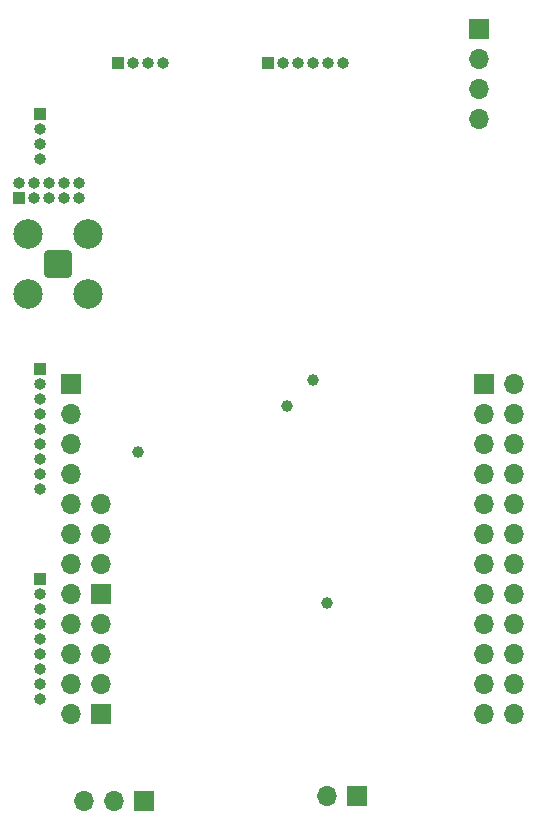
<source format=gbs>
G04 #@! TF.GenerationSoftware,KiCad,Pcbnew,7.0.11-7.0.11~ubuntu23.10.1*
G04 #@! TF.CreationDate,2024-06-16T14:32:52+02:00*
G04 #@! TF.ProjectId,WiRoc_NanoPi,5769526f-635f-44e6-916e-6f50692e6b69,rev?*
G04 #@! TF.SameCoordinates,Original*
G04 #@! TF.FileFunction,Soldermask,Bot*
G04 #@! TF.FilePolarity,Negative*
%FSLAX46Y46*%
G04 Gerber Fmt 4.6, Leading zero omitted, Abs format (unit mm)*
G04 Created by KiCad (PCBNEW 7.0.11-7.0.11~ubuntu23.10.1) date 2024-06-16 14:32:52*
%MOMM*%
%LPD*%
G01*
G04 APERTURE LIST*
G04 Aperture macros list*
%AMRoundRect*
0 Rectangle with rounded corners*
0 $1 Rounding radius*
0 $2 $3 $4 $5 $6 $7 $8 $9 X,Y pos of 4 corners*
0 Add a 4 corners polygon primitive as box body*
4,1,4,$2,$3,$4,$5,$6,$7,$8,$9,$2,$3,0*
0 Add four circle primitives for the rounded corners*
1,1,$1+$1,$2,$3*
1,1,$1+$1,$4,$5*
1,1,$1+$1,$6,$7*
1,1,$1+$1,$8,$9*
0 Add four rect primitives between the rounded corners*
20,1,$1+$1,$2,$3,$4,$5,0*
20,1,$1+$1,$4,$5,$6,$7,0*
20,1,$1+$1,$6,$7,$8,$9,0*
20,1,$1+$1,$8,$9,$2,$3,0*%
G04 Aperture macros list end*
%ADD10R,1.700000X1.700000*%
%ADD11O,1.700000X1.700000*%
%ADD12R,1.000000X1.000000*%
%ADD13O,1.000000X1.000000*%
%ADD14C,1.000000*%
%ADD15RoundRect,0.200100X-0.949900X0.949900X-0.949900X-0.949900X0.949900X-0.949900X0.949900X0.949900X0*%
%ADD16C,2.500000*%
G04 APERTURE END LIST*
D10*
G04 #@! TO.C,J6*
X10790000Y-2100000D03*
D11*
X8250000Y-2100000D03*
X5710000Y-2100000D03*
G04 #@! TD*
D10*
G04 #@! TO.C,U2*
X39128000Y63240000D03*
D11*
X39128000Y60700000D03*
X39128000Y58160000D03*
X39128000Y55620000D03*
G04 #@! TD*
D10*
G04 #@! TO.C,J7*
X39570000Y33235000D03*
D11*
X42110000Y33235000D03*
X39570000Y30695000D03*
X42110000Y30695000D03*
X39570000Y28155000D03*
X42110000Y28155000D03*
X39570000Y25615000D03*
X42110000Y25615000D03*
X39570000Y23075000D03*
X42110000Y23075000D03*
X39570000Y20535000D03*
X42110000Y20535000D03*
X39570000Y17995000D03*
X42110000Y17995000D03*
X39570000Y15455000D03*
X42110000Y15455000D03*
X39570000Y12915000D03*
X42110000Y12915000D03*
X39570000Y10375000D03*
X42110000Y10375000D03*
X39570000Y7835000D03*
X42110000Y7835000D03*
X39570000Y5295000D03*
X42110000Y5295000D03*
D10*
X4560000Y33235000D03*
D11*
X4560000Y30695000D03*
X4560000Y28155000D03*
X4560000Y25615000D03*
X4560000Y23075000D03*
X4560000Y20535000D03*
X4560000Y17995000D03*
X4560000Y15455000D03*
X4560000Y12915000D03*
X4560000Y10375000D03*
X4560000Y7835000D03*
X4560000Y5295000D03*
D10*
X7100000Y5295000D03*
D11*
X7100000Y7835000D03*
X7100000Y10375000D03*
X7100000Y12915000D03*
D10*
X7100000Y15455000D03*
D11*
X7100000Y17995000D03*
X7100000Y20535000D03*
X7100000Y23075000D03*
G04 #@! TD*
D12*
G04 #@! TO.C,J8*
X21250000Y60400000D03*
D13*
X22520000Y60400000D03*
X23790000Y60400000D03*
X25060000Y60400000D03*
X26330000Y60400000D03*
X27600000Y60400000D03*
G04 #@! TD*
D12*
G04 #@! TO.C,J1*
X190000Y49000000D03*
D13*
X190000Y50270000D03*
X1460000Y49000000D03*
X1460000Y50270000D03*
X2730000Y49000000D03*
X2730000Y50270000D03*
X4000000Y49000000D03*
X4000000Y50270000D03*
X5270000Y49000000D03*
X5270000Y50270000D03*
G04 #@! TD*
D12*
G04 #@! TO.C,J2*
X8550000Y60400000D03*
D13*
X9820000Y60400000D03*
X11090000Y60400000D03*
X12360000Y60400000D03*
G04 #@! TD*
D14*
G04 #@! TO.C,TP4*
X25060000Y33520000D03*
G04 #@! TD*
D10*
G04 #@! TO.C,SW1*
X28830000Y-1670000D03*
D11*
X26290000Y-1670000D03*
G04 #@! TD*
D15*
G04 #@! TO.C,J9*
X3450000Y43357800D03*
D16*
X5990000Y45897800D03*
X910000Y45897800D03*
X5990000Y40817800D03*
X910000Y40817800D03*
G04 #@! TD*
D14*
G04 #@! TO.C,TP3*
X22860000Y31369000D03*
G04 #@! TD*
D12*
G04 #@! TO.C,J10*
X1950000Y34505000D03*
D13*
X1950000Y33235000D03*
X1950000Y31965000D03*
X1950000Y30695000D03*
X1950000Y29425000D03*
X1950000Y28155000D03*
X1950000Y26885000D03*
X1950000Y25615000D03*
X1950000Y24345000D03*
G04 #@! TD*
D12*
G04 #@! TO.C,J4*
X1950000Y16725000D03*
D13*
X1950000Y15455000D03*
X1950000Y14185000D03*
X1950000Y12915000D03*
X1950000Y11645000D03*
X1950000Y10375000D03*
X1950000Y9105000D03*
X1950000Y7835000D03*
X1950000Y6565000D03*
G04 #@! TD*
D12*
G04 #@! TO.C,J5*
X1950000Y56095000D03*
D13*
X1950000Y54825000D03*
X1950000Y53555000D03*
X1950000Y52285000D03*
G04 #@! TD*
D14*
G04 #@! TO.C,TP6*
X26238200Y14655800D03*
G04 #@! TD*
G04 #@! TO.C,TP5*
X10261600Y27482800D03*
G04 #@! TD*
M02*

</source>
